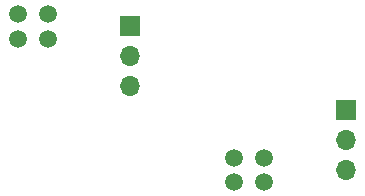
<source format=gbr>
G04 #@! TF.GenerationSoftware,KiCad,Pcbnew,6.0.8-f2edbf62ab~116~ubuntu20.04.1*
G04 #@! TF.CreationDate,2022-11-03T13:34:09-03:00*
G04 #@! TF.ProjectId,sensor_gnuiiium_lateral,73656e73-6f72-45f6-976e-75696969756d,rev?*
G04 #@! TF.SameCoordinates,Original*
G04 #@! TF.FileFunction,Copper,L2,Bot*
G04 #@! TF.FilePolarity,Positive*
%FSLAX46Y46*%
G04 Gerber Fmt 4.6, Leading zero omitted, Abs format (unit mm)*
G04 Created by KiCad (PCBNEW 6.0.8-f2edbf62ab~116~ubuntu20.04.1) date 2022-11-03 13:34:09*
%MOMM*%
%LPD*%
G01*
G04 APERTURE LIST*
G04 #@! TA.AperFunction,ComponentPad*
%ADD10R,1.700000X1.700000*%
G04 #@! TD*
G04 #@! TA.AperFunction,ComponentPad*
%ADD11O,1.700000X1.700000*%
G04 #@! TD*
G04 #@! TA.AperFunction,ComponentPad*
%ADD12C,1.500000*%
G04 #@! TD*
G04 APERTURE END LIST*
D10*
G04 #@! TO.P,REF\u002A\u002A,1*
G04 #@! TO.N,s0*
X154305000Y-74155000D03*
D11*
G04 #@! TO.P,REF\u002A\u002A,2*
G04 #@! TO.N,+3V3*
X154305000Y-76695000D03*
G04 #@! TO.P,REF\u002A\u002A,3*
G04 #@! TO.N,GND*
X154305000Y-79235000D03*
G04 #@! TD*
G04 #@! TO.P,REF\u002A\u002A,3*
G04 #@! TO.N,GND*
X172591000Y-86358400D03*
G04 #@! TO.P,REF\u002A\u002A,2*
G04 #@! TO.N,+3V3*
X172591000Y-83818400D03*
D10*
G04 #@! TO.P,REF\u002A\u002A,1*
G04 #@! TO.N,s0*
X172591000Y-81278400D03*
G04 #@! TD*
D12*
G04 #@! TO.P,U1,1*
G04 #@! TO.N,s0*
X144780000Y-73100000D03*
G04 #@! TO.P,U1,2*
G04 #@! TO.N,GND*
X147320000Y-73100000D03*
G04 #@! TO.P,U1,3*
G04 #@! TO.N,Net-(J1-Pad1)*
X147320000Y-75210000D03*
G04 #@! TO.P,U1,4*
G04 #@! TO.N,GND*
X144780000Y-75210000D03*
G04 #@! TD*
G04 #@! TO.P,U1,4*
G04 #@! TO.N,GND*
X163066000Y-87398400D03*
G04 #@! TO.P,U1,3*
G04 #@! TO.N,Net-(J1-Pad1)*
X165606000Y-87398400D03*
G04 #@! TO.P,U1,2*
G04 #@! TO.N,GND*
X165606000Y-85288400D03*
G04 #@! TO.P,U1,1*
G04 #@! TO.N,s0*
X163066000Y-85288400D03*
G04 #@! TD*
M02*

</source>
